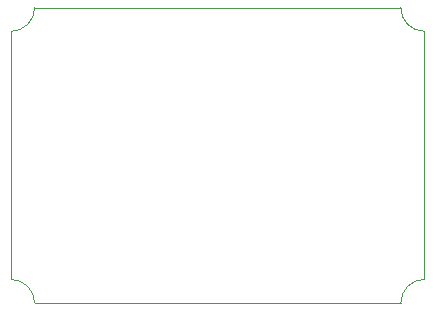
<source format=gbr>
%TF.GenerationSoftware,KiCad,Pcbnew,6.0.11+dfsg-1~bpo11+1*%
%TF.CreationDate,2023-08-28T18:41:00-05:00*%
%TF.ProjectId,Gauntl33tVoltageRegulator,4761756e-746c-4333-9374-566f6c746167,rev?*%
%TF.SameCoordinates,Original*%
%TF.FileFunction,Profile,NP*%
%FSLAX46Y46*%
G04 Gerber Fmt 4.6, Leading zero omitted, Abs format (unit mm)*
G04 Created by KiCad (PCBNEW 6.0.11+dfsg-1~bpo11+1) date 2023-08-28 18:41:00*
%MOMM*%
%LPD*%
G01*
G04 APERTURE LIST*
%TA.AperFunction,Profile*%
%ADD10C,0.100000*%
%TD*%
G04 APERTURE END LIST*
D10*
X119000000Y-106000000D02*
X150000000Y-106000000D01*
X117000000Y-108000000D02*
X117000000Y-129000000D01*
X150000000Y-131000000D02*
X119000000Y-131000000D01*
X152000000Y-129000000D02*
G75*
G03*
X150000000Y-131000000I0J-2000000D01*
G01*
X152000000Y-108000000D02*
X152000000Y-129000000D01*
X117000000Y-108000000D02*
G75*
G03*
X119000000Y-106000000I0J2000000D01*
G01*
X150000000Y-106000000D02*
G75*
G03*
X152000000Y-108000000I2000000J0D01*
G01*
X119000000Y-131000000D02*
G75*
G03*
X117000000Y-129000000I-2000000J0D01*
G01*
M02*

</source>
